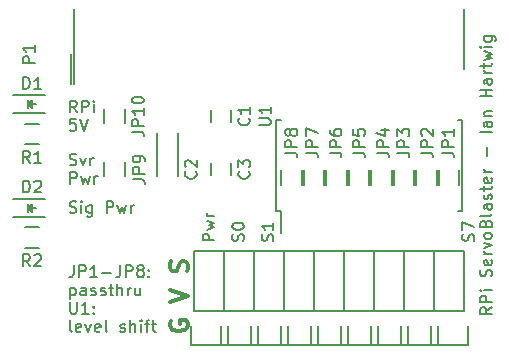
<source format=gto>
G04 #@! TF.FileFunction,Legend,Top*
%FSLAX46Y46*%
G04 Gerber Fmt 4.6, Leading zero omitted, Abs format (unit mm)*
G04 Created by KiCad (PCBNEW 4.0.0-stable) date Tuesday, March 22, 2016 'PMt' 06:17:10 PM*
%MOMM*%
G01*
G04 APERTURE LIST*
%ADD10C,0.100000*%
%ADD11C,0.150000*%
%ADD12C,0.300000*%
G04 APERTURE END LIST*
D10*
D11*
X7023810Y7372619D02*
X7023810Y6658333D01*
X6976190Y6515476D01*
X6880952Y6420238D01*
X6738095Y6372619D01*
X6642857Y6372619D01*
X7500000Y6372619D02*
X7500000Y7372619D01*
X7880953Y7372619D01*
X7976191Y7325000D01*
X8023810Y7277381D01*
X8071429Y7182143D01*
X8071429Y7039286D01*
X8023810Y6944048D01*
X7976191Y6896429D01*
X7880953Y6848810D01*
X7500000Y6848810D01*
X9023810Y6372619D02*
X8452381Y6372619D01*
X8738095Y6372619D02*
X8738095Y7372619D01*
X8642857Y7229762D01*
X8547619Y7134524D01*
X8452381Y7086905D01*
X9452381Y6753571D02*
X10214286Y6753571D01*
X10976191Y7372619D02*
X10976191Y6658333D01*
X10928571Y6515476D01*
X10833333Y6420238D01*
X10690476Y6372619D01*
X10595238Y6372619D01*
X11452381Y6372619D02*
X11452381Y7372619D01*
X11833334Y7372619D01*
X11928572Y7325000D01*
X11976191Y7277381D01*
X12023810Y7182143D01*
X12023810Y7039286D01*
X11976191Y6944048D01*
X11928572Y6896429D01*
X11833334Y6848810D01*
X11452381Y6848810D01*
X12595238Y6944048D02*
X12500000Y6991667D01*
X12452381Y7039286D01*
X12404762Y7134524D01*
X12404762Y7182143D01*
X12452381Y7277381D01*
X12500000Y7325000D01*
X12595238Y7372619D01*
X12785715Y7372619D01*
X12880953Y7325000D01*
X12928572Y7277381D01*
X12976191Y7182143D01*
X12976191Y7134524D01*
X12928572Y7039286D01*
X12880953Y6991667D01*
X12785715Y6944048D01*
X12595238Y6944048D01*
X12500000Y6896429D01*
X12452381Y6848810D01*
X12404762Y6753571D01*
X12404762Y6563095D01*
X12452381Y6467857D01*
X12500000Y6420238D01*
X12595238Y6372619D01*
X12785715Y6372619D01*
X12880953Y6420238D01*
X12928572Y6467857D01*
X12976191Y6563095D01*
X12976191Y6753571D01*
X12928572Y6848810D01*
X12880953Y6896429D01*
X12785715Y6944048D01*
X13404762Y6467857D02*
X13452381Y6420238D01*
X13404762Y6372619D01*
X13357143Y6420238D01*
X13404762Y6467857D01*
X13404762Y6372619D01*
X13404762Y6991667D02*
X13452381Y6944048D01*
X13404762Y6896429D01*
X13357143Y6944048D01*
X13404762Y6991667D01*
X13404762Y6896429D01*
X6738095Y5489286D02*
X6738095Y4489286D01*
X6738095Y5441667D02*
X6833333Y5489286D01*
X7023810Y5489286D01*
X7119048Y5441667D01*
X7166667Y5394048D01*
X7214286Y5298810D01*
X7214286Y5013095D01*
X7166667Y4917857D01*
X7119048Y4870238D01*
X7023810Y4822619D01*
X6833333Y4822619D01*
X6738095Y4870238D01*
X8071429Y4822619D02*
X8071429Y5346429D01*
X8023810Y5441667D01*
X7928572Y5489286D01*
X7738095Y5489286D01*
X7642857Y5441667D01*
X8071429Y4870238D02*
X7976191Y4822619D01*
X7738095Y4822619D01*
X7642857Y4870238D01*
X7595238Y4965476D01*
X7595238Y5060714D01*
X7642857Y5155952D01*
X7738095Y5203571D01*
X7976191Y5203571D01*
X8071429Y5251190D01*
X8500000Y4870238D02*
X8595238Y4822619D01*
X8785714Y4822619D01*
X8880953Y4870238D01*
X8928572Y4965476D01*
X8928572Y5013095D01*
X8880953Y5108333D01*
X8785714Y5155952D01*
X8642857Y5155952D01*
X8547619Y5203571D01*
X8500000Y5298810D01*
X8500000Y5346429D01*
X8547619Y5441667D01*
X8642857Y5489286D01*
X8785714Y5489286D01*
X8880953Y5441667D01*
X9309524Y4870238D02*
X9404762Y4822619D01*
X9595238Y4822619D01*
X9690477Y4870238D01*
X9738096Y4965476D01*
X9738096Y5013095D01*
X9690477Y5108333D01*
X9595238Y5155952D01*
X9452381Y5155952D01*
X9357143Y5203571D01*
X9309524Y5298810D01*
X9309524Y5346429D01*
X9357143Y5441667D01*
X9452381Y5489286D01*
X9595238Y5489286D01*
X9690477Y5441667D01*
X10023810Y5489286D02*
X10404762Y5489286D01*
X10166667Y5822619D02*
X10166667Y4965476D01*
X10214286Y4870238D01*
X10309524Y4822619D01*
X10404762Y4822619D01*
X10738096Y4822619D02*
X10738096Y5822619D01*
X11166668Y4822619D02*
X11166668Y5346429D01*
X11119049Y5441667D01*
X11023811Y5489286D01*
X10880953Y5489286D01*
X10785715Y5441667D01*
X10738096Y5394048D01*
X11642858Y4822619D02*
X11642858Y5489286D01*
X11642858Y5298810D02*
X11690477Y5394048D01*
X11738096Y5441667D01*
X11833334Y5489286D01*
X11928573Y5489286D01*
X12690478Y5489286D02*
X12690478Y4822619D01*
X12261906Y5489286D02*
X12261906Y4965476D01*
X12309525Y4870238D01*
X12404763Y4822619D01*
X12547621Y4822619D01*
X12642859Y4870238D01*
X12690478Y4917857D01*
X6738095Y4272619D02*
X6738095Y3463095D01*
X6785714Y3367857D01*
X6833333Y3320238D01*
X6928571Y3272619D01*
X7119048Y3272619D01*
X7214286Y3320238D01*
X7261905Y3367857D01*
X7309524Y3463095D01*
X7309524Y4272619D01*
X8309524Y3272619D02*
X7738095Y3272619D01*
X8023809Y3272619D02*
X8023809Y4272619D01*
X7928571Y4129762D01*
X7833333Y4034524D01*
X7738095Y3986905D01*
X8738095Y3367857D02*
X8785714Y3320238D01*
X8738095Y3272619D01*
X8690476Y3320238D01*
X8738095Y3367857D01*
X8738095Y3272619D01*
X8738095Y3891667D02*
X8785714Y3844048D01*
X8738095Y3796429D01*
X8690476Y3844048D01*
X8738095Y3891667D01*
X8738095Y3796429D01*
X6880952Y1722619D02*
X6785714Y1770238D01*
X6738095Y1865476D01*
X6738095Y2722619D01*
X7642858Y1770238D02*
X7547620Y1722619D01*
X7357143Y1722619D01*
X7261905Y1770238D01*
X7214286Y1865476D01*
X7214286Y2246429D01*
X7261905Y2341667D01*
X7357143Y2389286D01*
X7547620Y2389286D01*
X7642858Y2341667D01*
X7690477Y2246429D01*
X7690477Y2151190D01*
X7214286Y2055952D01*
X8023810Y2389286D02*
X8261905Y1722619D01*
X8500001Y2389286D01*
X9261906Y1770238D02*
X9166668Y1722619D01*
X8976191Y1722619D01*
X8880953Y1770238D01*
X8833334Y1865476D01*
X8833334Y2246429D01*
X8880953Y2341667D01*
X8976191Y2389286D01*
X9166668Y2389286D01*
X9261906Y2341667D01*
X9309525Y2246429D01*
X9309525Y2151190D01*
X8833334Y2055952D01*
X9880953Y1722619D02*
X9785715Y1770238D01*
X9738096Y1865476D01*
X9738096Y2722619D01*
X10976192Y1770238D02*
X11071430Y1722619D01*
X11261906Y1722619D01*
X11357145Y1770238D01*
X11404764Y1865476D01*
X11404764Y1913095D01*
X11357145Y2008333D01*
X11261906Y2055952D01*
X11119049Y2055952D01*
X11023811Y2103571D01*
X10976192Y2198810D01*
X10976192Y2246429D01*
X11023811Y2341667D01*
X11119049Y2389286D01*
X11261906Y2389286D01*
X11357145Y2341667D01*
X11833335Y1722619D02*
X11833335Y2722619D01*
X12261907Y1722619D02*
X12261907Y2246429D01*
X12214288Y2341667D01*
X12119050Y2389286D01*
X11976192Y2389286D01*
X11880954Y2341667D01*
X11833335Y2294048D01*
X12738097Y1722619D02*
X12738097Y2389286D01*
X12738097Y2722619D02*
X12690478Y2675000D01*
X12738097Y2627381D01*
X12785716Y2675000D01*
X12738097Y2722619D01*
X12738097Y2627381D01*
X13071430Y2389286D02*
X13452382Y2389286D01*
X13214287Y1722619D02*
X13214287Y2579762D01*
X13261906Y2675000D01*
X13357144Y2722619D01*
X13452382Y2722619D01*
X13642859Y2389286D02*
X14023811Y2389286D01*
X13785716Y2722619D02*
X13785716Y1865476D01*
X13833335Y1770238D01*
X13928573Y1722619D01*
X14023811Y1722619D01*
X42452381Y3809523D02*
X41976190Y3476189D01*
X42452381Y3238094D02*
X41452381Y3238094D01*
X41452381Y3619047D01*
X41500000Y3714285D01*
X41547619Y3761904D01*
X41642857Y3809523D01*
X41785714Y3809523D01*
X41880952Y3761904D01*
X41928571Y3714285D01*
X41976190Y3619047D01*
X41976190Y3238094D01*
X42452381Y4238094D02*
X41452381Y4238094D01*
X41452381Y4619047D01*
X41500000Y4714285D01*
X41547619Y4761904D01*
X41642857Y4809523D01*
X41785714Y4809523D01*
X41880952Y4761904D01*
X41928571Y4714285D01*
X41976190Y4619047D01*
X41976190Y4238094D01*
X42452381Y5238094D02*
X41785714Y5238094D01*
X41452381Y5238094D02*
X41500000Y5190475D01*
X41547619Y5238094D01*
X41500000Y5285713D01*
X41452381Y5238094D01*
X41547619Y5238094D01*
X42404762Y6428570D02*
X42452381Y6571427D01*
X42452381Y6809523D01*
X42404762Y6904761D01*
X42357143Y6952380D01*
X42261905Y6999999D01*
X42166667Y6999999D01*
X42071429Y6952380D01*
X42023810Y6904761D01*
X41976190Y6809523D01*
X41928571Y6619046D01*
X41880952Y6523808D01*
X41833333Y6476189D01*
X41738095Y6428570D01*
X41642857Y6428570D01*
X41547619Y6476189D01*
X41500000Y6523808D01*
X41452381Y6619046D01*
X41452381Y6857142D01*
X41500000Y6999999D01*
X42404762Y7809523D02*
X42452381Y7714285D01*
X42452381Y7523808D01*
X42404762Y7428570D01*
X42309524Y7380951D01*
X41928571Y7380951D01*
X41833333Y7428570D01*
X41785714Y7523808D01*
X41785714Y7714285D01*
X41833333Y7809523D01*
X41928571Y7857142D01*
X42023810Y7857142D01*
X42119048Y7380951D01*
X42452381Y8285713D02*
X41785714Y8285713D01*
X41976190Y8285713D02*
X41880952Y8333332D01*
X41833333Y8380951D01*
X41785714Y8476189D01*
X41785714Y8571428D01*
X41785714Y8809523D02*
X42452381Y9047618D01*
X41785714Y9285714D01*
X42452381Y9809523D02*
X42404762Y9714285D01*
X42357143Y9666666D01*
X42261905Y9619047D01*
X41976190Y9619047D01*
X41880952Y9666666D01*
X41833333Y9714285D01*
X41785714Y9809523D01*
X41785714Y9952381D01*
X41833333Y10047619D01*
X41880952Y10095238D01*
X41976190Y10142857D01*
X42261905Y10142857D01*
X42357143Y10095238D01*
X42404762Y10047619D01*
X42452381Y9952381D01*
X42452381Y9809523D01*
X41928571Y10904762D02*
X41976190Y11047619D01*
X42023810Y11095238D01*
X42119048Y11142857D01*
X42261905Y11142857D01*
X42357143Y11095238D01*
X42404762Y11047619D01*
X42452381Y10952381D01*
X42452381Y10571428D01*
X41452381Y10571428D01*
X41452381Y10904762D01*
X41500000Y11000000D01*
X41547619Y11047619D01*
X41642857Y11095238D01*
X41738095Y11095238D01*
X41833333Y11047619D01*
X41880952Y11000000D01*
X41928571Y10904762D01*
X41928571Y10571428D01*
X42452381Y11714285D02*
X42404762Y11619047D01*
X42309524Y11571428D01*
X41452381Y11571428D01*
X42452381Y12523810D02*
X41928571Y12523810D01*
X41833333Y12476191D01*
X41785714Y12380953D01*
X41785714Y12190476D01*
X41833333Y12095238D01*
X42404762Y12523810D02*
X42452381Y12428572D01*
X42452381Y12190476D01*
X42404762Y12095238D01*
X42309524Y12047619D01*
X42214286Y12047619D01*
X42119048Y12095238D01*
X42071429Y12190476D01*
X42071429Y12428572D01*
X42023810Y12523810D01*
X42404762Y12952381D02*
X42452381Y13047619D01*
X42452381Y13238095D01*
X42404762Y13333334D01*
X42309524Y13380953D01*
X42261905Y13380953D01*
X42166667Y13333334D01*
X42119048Y13238095D01*
X42119048Y13095238D01*
X42071429Y13000000D01*
X41976190Y12952381D01*
X41928571Y12952381D01*
X41833333Y13000000D01*
X41785714Y13095238D01*
X41785714Y13238095D01*
X41833333Y13333334D01*
X41785714Y13666667D02*
X41785714Y14047619D01*
X41452381Y13809524D02*
X42309524Y13809524D01*
X42404762Y13857143D01*
X42452381Y13952381D01*
X42452381Y14047619D01*
X42404762Y14761906D02*
X42452381Y14666668D01*
X42452381Y14476191D01*
X42404762Y14380953D01*
X42309524Y14333334D01*
X41928571Y14333334D01*
X41833333Y14380953D01*
X41785714Y14476191D01*
X41785714Y14666668D01*
X41833333Y14761906D01*
X41928571Y14809525D01*
X42023810Y14809525D01*
X42119048Y14333334D01*
X42452381Y15238096D02*
X41785714Y15238096D01*
X41976190Y15238096D02*
X41880952Y15285715D01*
X41833333Y15333334D01*
X41785714Y15428572D01*
X41785714Y15523811D01*
X42071429Y16619049D02*
X42071429Y17380954D01*
X42452381Y18619049D02*
X41452381Y18619049D01*
X42452381Y19523811D02*
X41928571Y19523811D01*
X41833333Y19476192D01*
X41785714Y19380954D01*
X41785714Y19190477D01*
X41833333Y19095239D01*
X42404762Y19523811D02*
X42452381Y19428573D01*
X42452381Y19190477D01*
X42404762Y19095239D01*
X42309524Y19047620D01*
X42214286Y19047620D01*
X42119048Y19095239D01*
X42071429Y19190477D01*
X42071429Y19428573D01*
X42023810Y19523811D01*
X41785714Y20000001D02*
X42452381Y20000001D01*
X41880952Y20000001D02*
X41833333Y20047620D01*
X41785714Y20142858D01*
X41785714Y20285716D01*
X41833333Y20380954D01*
X41928571Y20428573D01*
X42452381Y20428573D01*
X42452381Y21666668D02*
X41452381Y21666668D01*
X41928571Y21666668D02*
X41928571Y22238097D01*
X42452381Y22238097D02*
X41452381Y22238097D01*
X42452381Y23142859D02*
X41928571Y23142859D01*
X41833333Y23095240D01*
X41785714Y23000002D01*
X41785714Y22809525D01*
X41833333Y22714287D01*
X42404762Y23142859D02*
X42452381Y23047621D01*
X42452381Y22809525D01*
X42404762Y22714287D01*
X42309524Y22666668D01*
X42214286Y22666668D01*
X42119048Y22714287D01*
X42071429Y22809525D01*
X42071429Y23047621D01*
X42023810Y23142859D01*
X42452381Y23619049D02*
X41785714Y23619049D01*
X41976190Y23619049D02*
X41880952Y23666668D01*
X41833333Y23714287D01*
X41785714Y23809525D01*
X41785714Y23904764D01*
X41785714Y24095240D02*
X41785714Y24476192D01*
X41452381Y24238097D02*
X42309524Y24238097D01*
X42404762Y24285716D01*
X42452381Y24380954D01*
X42452381Y24476192D01*
X41785714Y24714288D02*
X42452381Y24904764D01*
X41976190Y25095241D01*
X42452381Y25285717D01*
X41785714Y25476193D01*
X42452381Y25857145D02*
X41785714Y25857145D01*
X41452381Y25857145D02*
X41500000Y25809526D01*
X41547619Y25857145D01*
X41500000Y25904764D01*
X41452381Y25857145D01*
X41547619Y25857145D01*
X41785714Y26761907D02*
X42595238Y26761907D01*
X42690476Y26714288D01*
X42738095Y26666669D01*
X42785714Y26571430D01*
X42785714Y26428573D01*
X42738095Y26333335D01*
X42404762Y26761907D02*
X42452381Y26666669D01*
X42452381Y26476192D01*
X42404762Y26380954D01*
X42357143Y26333335D01*
X42261905Y26285716D01*
X41976190Y26285716D01*
X41880952Y26333335D01*
X41833333Y26380954D01*
X41785714Y26476192D01*
X41785714Y26666669D01*
X41833333Y26761907D01*
X6690476Y15870238D02*
X6833333Y15822619D01*
X7071429Y15822619D01*
X7166667Y15870238D01*
X7214286Y15917857D01*
X7261905Y16013095D01*
X7261905Y16108333D01*
X7214286Y16203571D01*
X7166667Y16251190D01*
X7071429Y16298810D01*
X6880952Y16346429D01*
X6785714Y16394048D01*
X6738095Y16441667D01*
X6690476Y16536905D01*
X6690476Y16632143D01*
X6738095Y16727381D01*
X6785714Y16775000D01*
X6880952Y16822619D01*
X7119048Y16822619D01*
X7261905Y16775000D01*
X7595238Y16489286D02*
X7833333Y15822619D01*
X8071429Y16489286D01*
X8452381Y15822619D02*
X8452381Y16489286D01*
X8452381Y16298810D02*
X8500000Y16394048D01*
X8547619Y16441667D01*
X8642857Y16489286D01*
X8738096Y16489286D01*
X6738095Y14272619D02*
X6738095Y15272619D01*
X7119048Y15272619D01*
X7214286Y15225000D01*
X7261905Y15177381D01*
X7309524Y15082143D01*
X7309524Y14939286D01*
X7261905Y14844048D01*
X7214286Y14796429D01*
X7119048Y14748810D01*
X6738095Y14748810D01*
X7642857Y14939286D02*
X7833333Y14272619D01*
X8023810Y14748810D01*
X8214286Y14272619D01*
X8404762Y14939286D01*
X8785714Y14272619D02*
X8785714Y14939286D01*
X8785714Y14748810D02*
X8833333Y14844048D01*
X8880952Y14891667D01*
X8976190Y14939286D01*
X9071429Y14939286D01*
X40904762Y9440476D02*
X40952381Y9583333D01*
X40952381Y9821429D01*
X40904762Y9916667D01*
X40857143Y9964286D01*
X40761905Y10011905D01*
X40666667Y10011905D01*
X40571429Y9964286D01*
X40523810Y9916667D01*
X40476190Y9821429D01*
X40428571Y9630952D01*
X40380952Y9535714D01*
X40333333Y9488095D01*
X40238095Y9440476D01*
X40142857Y9440476D01*
X40047619Y9488095D01*
X40000000Y9535714D01*
X39952381Y9630952D01*
X39952381Y9869048D01*
X40000000Y10011905D01*
X39952381Y10345238D02*
X39952381Y11011905D01*
X40952381Y10583333D01*
X23904762Y9440476D02*
X23952381Y9583333D01*
X23952381Y9821429D01*
X23904762Y9916667D01*
X23857143Y9964286D01*
X23761905Y10011905D01*
X23666667Y10011905D01*
X23571429Y9964286D01*
X23523810Y9916667D01*
X23476190Y9821429D01*
X23428571Y9630952D01*
X23380952Y9535714D01*
X23333333Y9488095D01*
X23238095Y9440476D01*
X23142857Y9440476D01*
X23047619Y9488095D01*
X23000000Y9535714D01*
X22952381Y9630952D01*
X22952381Y9869048D01*
X23000000Y10011905D01*
X23952381Y10964286D02*
X23952381Y10392857D01*
X23952381Y10678571D02*
X22952381Y10678571D01*
X23095238Y10583333D01*
X23190476Y10488095D01*
X23238095Y10392857D01*
X21404762Y9440476D02*
X21452381Y9583333D01*
X21452381Y9821429D01*
X21404762Y9916667D01*
X21357143Y9964286D01*
X21261905Y10011905D01*
X21166667Y10011905D01*
X21071429Y9964286D01*
X21023810Y9916667D01*
X20976190Y9821429D01*
X20928571Y9630952D01*
X20880952Y9535714D01*
X20833333Y9488095D01*
X20738095Y9440476D01*
X20642857Y9440476D01*
X20547619Y9488095D01*
X20500000Y9535714D01*
X20452381Y9630952D01*
X20452381Y9869048D01*
X20500000Y10011905D01*
X20452381Y10630952D02*
X20452381Y10726191D01*
X20500000Y10821429D01*
X20547619Y10869048D01*
X20642857Y10916667D01*
X20833333Y10964286D01*
X21071429Y10964286D01*
X21261905Y10916667D01*
X21357143Y10869048D01*
X21404762Y10821429D01*
X21452381Y10726191D01*
X21452381Y10630952D01*
X21404762Y10535714D01*
X21357143Y10488095D01*
X21261905Y10440476D01*
X21071429Y10392857D01*
X20833333Y10392857D01*
X20642857Y10440476D01*
X20547619Y10488095D01*
X20500000Y10535714D01*
X20452381Y10630952D01*
X18952381Y9488095D02*
X17952381Y9488095D01*
X17952381Y9869048D01*
X18000000Y9964286D01*
X18047619Y10011905D01*
X18142857Y10059524D01*
X18285714Y10059524D01*
X18380952Y10011905D01*
X18428571Y9964286D01*
X18476190Y9869048D01*
X18476190Y9488095D01*
X18285714Y10392857D02*
X18952381Y10583333D01*
X18476190Y10773810D01*
X18952381Y10964286D01*
X18285714Y11154762D01*
X18952381Y11535714D02*
X18285714Y11535714D01*
X18476190Y11535714D02*
X18380952Y11583333D01*
X18333333Y11630952D01*
X18285714Y11726190D01*
X18285714Y11821429D01*
D12*
X15250000Y2642858D02*
X15178571Y2500001D01*
X15178571Y2285715D01*
X15250000Y2071430D01*
X15392857Y1928572D01*
X15535714Y1857144D01*
X15821429Y1785715D01*
X16035714Y1785715D01*
X16321429Y1857144D01*
X16464286Y1928572D01*
X16607143Y2071430D01*
X16678571Y2285715D01*
X16678571Y2428572D01*
X16607143Y2642858D01*
X16535714Y2714287D01*
X16035714Y2714287D01*
X16035714Y2428572D01*
X15178571Y4285715D02*
X16678571Y4785715D01*
X15178571Y5285715D01*
X16607143Y6857143D02*
X16678571Y7071429D01*
X16678571Y7428572D01*
X16607143Y7571429D01*
X16535714Y7642858D01*
X16392857Y7714286D01*
X16250000Y7714286D01*
X16107143Y7642858D01*
X16035714Y7571429D01*
X15964286Y7428572D01*
X15892857Y7142858D01*
X15821429Y7000000D01*
X15750000Y6928572D01*
X15607143Y6857143D01*
X15464286Y6857143D01*
X15321429Y6928572D01*
X15250000Y7000000D01*
X15178571Y7142858D01*
X15178571Y7500000D01*
X15250000Y7714286D01*
D11*
X7309524Y20322619D02*
X6976190Y20798810D01*
X6738095Y20322619D02*
X6738095Y21322619D01*
X7119048Y21322619D01*
X7214286Y21275000D01*
X7261905Y21227381D01*
X7309524Y21132143D01*
X7309524Y20989286D01*
X7261905Y20894048D01*
X7214286Y20846429D01*
X7119048Y20798810D01*
X6738095Y20798810D01*
X7738095Y20322619D02*
X7738095Y21322619D01*
X8119048Y21322619D01*
X8214286Y21275000D01*
X8261905Y21227381D01*
X8309524Y21132143D01*
X8309524Y20989286D01*
X8261905Y20894048D01*
X8214286Y20846429D01*
X8119048Y20798810D01*
X7738095Y20798810D01*
X8738095Y20322619D02*
X8738095Y20989286D01*
X8738095Y21322619D02*
X8690476Y21275000D01*
X8738095Y21227381D01*
X8785714Y21275000D01*
X8738095Y21322619D01*
X8738095Y21227381D01*
X7214286Y19772619D02*
X6738095Y19772619D01*
X6690476Y19296429D01*
X6738095Y19344048D01*
X6833333Y19391667D01*
X7071429Y19391667D01*
X7166667Y19344048D01*
X7214286Y19296429D01*
X7261905Y19201190D01*
X7261905Y18963095D01*
X7214286Y18867857D01*
X7166667Y18820238D01*
X7071429Y18772619D01*
X6833333Y18772619D01*
X6738095Y18820238D01*
X6690476Y18867857D01*
X7547619Y19772619D02*
X7880952Y18772619D01*
X8214286Y19772619D01*
X6690476Y11845238D02*
X6833333Y11797619D01*
X7071429Y11797619D01*
X7166667Y11845238D01*
X7214286Y11892857D01*
X7261905Y11988095D01*
X7261905Y12083333D01*
X7214286Y12178571D01*
X7166667Y12226190D01*
X7071429Y12273810D01*
X6880952Y12321429D01*
X6785714Y12369048D01*
X6738095Y12416667D01*
X6690476Y12511905D01*
X6690476Y12607143D01*
X6738095Y12702381D01*
X6785714Y12750000D01*
X6880952Y12797619D01*
X7119048Y12797619D01*
X7261905Y12750000D01*
X7690476Y11797619D02*
X7690476Y12464286D01*
X7690476Y12797619D02*
X7642857Y12750000D01*
X7690476Y12702381D01*
X7738095Y12750000D01*
X7690476Y12797619D01*
X7690476Y12702381D01*
X8595238Y12464286D02*
X8595238Y11654762D01*
X8547619Y11559524D01*
X8500000Y11511905D01*
X8404761Y11464286D01*
X8261904Y11464286D01*
X8166666Y11511905D01*
X8595238Y11845238D02*
X8500000Y11797619D01*
X8309523Y11797619D01*
X8214285Y11845238D01*
X8166666Y11892857D01*
X8119047Y11988095D01*
X8119047Y12273810D01*
X8166666Y12369048D01*
X8214285Y12416667D01*
X8309523Y12464286D01*
X8500000Y12464286D01*
X8595238Y12416667D01*
X9833333Y11797619D02*
X9833333Y12797619D01*
X10214286Y12797619D01*
X10309524Y12750000D01*
X10357143Y12702381D01*
X10404762Y12607143D01*
X10404762Y12464286D01*
X10357143Y12369048D01*
X10309524Y12321429D01*
X10214286Y12273810D01*
X9833333Y12273810D01*
X10738095Y12464286D02*
X10928571Y11797619D01*
X11119048Y12273810D01*
X11309524Y11797619D01*
X11500000Y12464286D01*
X11880952Y11797619D02*
X11880952Y12464286D01*
X11880952Y12273810D02*
X11928571Y12369048D01*
X11976190Y12416667D01*
X12071428Y12464286D01*
X12166667Y12464286D01*
X18650000Y20500000D02*
X18650000Y19500000D01*
X20350000Y19500000D02*
X20350000Y20500000D01*
X14100000Y14900000D02*
X14100000Y18600000D01*
X15900000Y14900000D02*
X15900000Y18600000D01*
X20350000Y15000000D02*
X20350000Y16000000D01*
X18650000Y16000000D02*
X18650000Y15000000D01*
X40120000Y29040000D02*
X40120000Y23960000D01*
X6820000Y25230000D02*
X6820000Y22690000D01*
X7100000Y29040000D02*
X7100000Y22690000D01*
X19800000Y3470000D02*
X19800000Y8550000D01*
X19800000Y8550000D02*
X17260000Y8550000D01*
X17260000Y8550000D02*
X17260000Y3470000D01*
X16980000Y650000D02*
X16980000Y2200000D01*
X17260000Y3470000D02*
X19800000Y3470000D01*
X20080000Y2200000D02*
X20080000Y650000D01*
X20080000Y650000D02*
X16980000Y650000D01*
X22340000Y3470000D02*
X22340000Y8550000D01*
X22340000Y8550000D02*
X19800000Y8550000D01*
X19800000Y8550000D02*
X19800000Y3470000D01*
X19520000Y650000D02*
X19520000Y2200000D01*
X19800000Y3470000D02*
X22340000Y3470000D01*
X22620000Y2200000D02*
X22620000Y650000D01*
X22620000Y650000D02*
X19520000Y650000D01*
X24880000Y3470000D02*
X24880000Y8550000D01*
X24880000Y8550000D02*
X22340000Y8550000D01*
X22340000Y8550000D02*
X22340000Y3470000D01*
X22060000Y650000D02*
X22060000Y2200000D01*
X22340000Y3470000D02*
X24880000Y3470000D01*
X25160000Y2200000D02*
X25160000Y650000D01*
X25160000Y650000D02*
X22060000Y650000D01*
X27420000Y3470000D02*
X27420000Y8550000D01*
X27420000Y8550000D02*
X24880000Y8550000D01*
X24880000Y8550000D02*
X24880000Y3470000D01*
X24600000Y650000D02*
X24600000Y2200000D01*
X24880000Y3470000D02*
X27420000Y3470000D01*
X27700000Y2200000D02*
X27700000Y650000D01*
X27700000Y650000D02*
X24600000Y650000D01*
X29960000Y3470000D02*
X29960000Y8550000D01*
X29960000Y8550000D02*
X27420000Y8550000D01*
X27420000Y8550000D02*
X27420000Y3470000D01*
X27140000Y650000D02*
X27140000Y2200000D01*
X27420000Y3470000D02*
X29960000Y3470000D01*
X30240000Y2200000D02*
X30240000Y650000D01*
X30240000Y650000D02*
X27140000Y650000D01*
X32500000Y3470000D02*
X32500000Y8550000D01*
X32500000Y8550000D02*
X29960000Y8550000D01*
X29960000Y8550000D02*
X29960000Y3470000D01*
X29680000Y650000D02*
X29680000Y2200000D01*
X29960000Y3470000D02*
X32500000Y3470000D01*
X32780000Y2200000D02*
X32780000Y650000D01*
X32780000Y650000D02*
X29680000Y650000D01*
X35040000Y3470000D02*
X35040000Y8550000D01*
X35040000Y8550000D02*
X32500000Y8550000D01*
X32500000Y8550000D02*
X32500000Y3470000D01*
X32220000Y650000D02*
X32220000Y2200000D01*
X32500000Y3470000D02*
X35040000Y3470000D01*
X35320000Y2200000D02*
X35320000Y650000D01*
X35320000Y650000D02*
X32220000Y650000D01*
X37580000Y3470000D02*
X37580000Y8550000D01*
X37580000Y8550000D02*
X35040000Y8550000D01*
X35040000Y8550000D02*
X35040000Y3470000D01*
X34760000Y650000D02*
X34760000Y2200000D01*
X35040000Y3470000D02*
X37580000Y3470000D01*
X37860000Y2200000D02*
X37860000Y650000D01*
X37860000Y650000D02*
X34760000Y650000D01*
X40120000Y3470000D02*
X40120000Y8550000D01*
X40120000Y8550000D02*
X37580000Y8550000D01*
X37580000Y8550000D02*
X37580000Y3470000D01*
X37300000Y650000D02*
X37300000Y2200000D01*
X37580000Y3470000D02*
X40120000Y3470000D01*
X40400000Y2200000D02*
X40400000Y650000D01*
X40400000Y650000D02*
X37300000Y650000D01*
X24195000Y11935000D02*
X24560000Y11935000D01*
X24195000Y19685000D02*
X24560000Y19685000D01*
X39945000Y19685000D02*
X39580000Y19685000D01*
X39945000Y11935000D02*
X39580000Y11935000D01*
X24195000Y11935000D02*
X24195000Y19685000D01*
X39945000Y11935000D02*
X39945000Y19685000D01*
X24560000Y11935000D02*
X24560000Y10110000D01*
X1900000Y20250000D02*
X4600000Y20250000D01*
X1900000Y21750000D02*
X4600000Y21750000D01*
X3400000Y20850000D02*
X3400000Y21100000D01*
X3400000Y21100000D02*
X3250000Y20950000D01*
X3150000Y21350000D02*
X3150000Y20650000D01*
X3500000Y21000000D02*
X3850000Y21000000D01*
X3150000Y21000000D02*
X3500000Y21350000D01*
X3500000Y21350000D02*
X3500000Y20650000D01*
X3500000Y20650000D02*
X3150000Y21000000D01*
X1900000Y11500000D02*
X4600000Y11500000D01*
X1900000Y13000000D02*
X4600000Y13000000D01*
X3400000Y12100000D02*
X3400000Y12350000D01*
X3400000Y12350000D02*
X3250000Y12200000D01*
X3150000Y12600000D02*
X3150000Y11900000D01*
X3500000Y12250000D02*
X3850000Y12250000D01*
X3150000Y12250000D02*
X3500000Y12600000D01*
X3500000Y12600000D02*
X3500000Y11900000D01*
X3500000Y11900000D02*
X3150000Y12250000D01*
X4100000Y17625000D02*
X2900000Y17625000D01*
X2900000Y19375000D02*
X4100000Y19375000D01*
X4100000Y8875000D02*
X2900000Y8875000D01*
X2900000Y10625000D02*
X4100000Y10625000D01*
X11375000Y20600000D02*
X11375000Y19400000D01*
X9625000Y19400000D02*
X9625000Y20600000D01*
X9625000Y14900000D02*
X9625000Y16100000D01*
X11375000Y16100000D02*
X11375000Y14900000D01*
X24595000Y14210000D02*
X24595000Y15410000D01*
X26345000Y15410000D02*
X26345000Y14210000D01*
X26500000Y14210000D02*
X26500000Y15410000D01*
X28250000Y15410000D02*
X28250000Y14210000D01*
X28405000Y14210000D02*
X28405000Y15410000D01*
X30155000Y15410000D02*
X30155000Y14210000D01*
X30310000Y14210000D02*
X30310000Y15410000D01*
X32060000Y15410000D02*
X32060000Y14210000D01*
X32215000Y14210000D02*
X32215000Y15410000D01*
X33965000Y15410000D02*
X33965000Y14210000D01*
X34120000Y14210000D02*
X34120000Y15410000D01*
X35870000Y15410000D02*
X35870000Y14210000D01*
X36025000Y14210000D02*
X36025000Y15410000D01*
X37775000Y15410000D02*
X37775000Y14210000D01*
X37930000Y14210000D02*
X37930000Y15410000D01*
X39680000Y15410000D02*
X39680000Y14210000D01*
X21857143Y19833334D02*
X21904762Y19785715D01*
X21952381Y19642858D01*
X21952381Y19547620D01*
X21904762Y19404762D01*
X21809524Y19309524D01*
X21714286Y19261905D01*
X21523810Y19214286D01*
X21380952Y19214286D01*
X21190476Y19261905D01*
X21095238Y19309524D01*
X21000000Y19404762D01*
X20952381Y19547620D01*
X20952381Y19642858D01*
X21000000Y19785715D01*
X21047619Y19833334D01*
X21952381Y20785715D02*
X21952381Y20214286D01*
X21952381Y20500000D02*
X20952381Y20500000D01*
X21095238Y20404762D01*
X21190476Y20309524D01*
X21238095Y20214286D01*
X17357143Y15333334D02*
X17404762Y15285715D01*
X17452381Y15142858D01*
X17452381Y15047620D01*
X17404762Y14904762D01*
X17309524Y14809524D01*
X17214286Y14761905D01*
X17023810Y14714286D01*
X16880952Y14714286D01*
X16690476Y14761905D01*
X16595238Y14809524D01*
X16500000Y14904762D01*
X16452381Y15047620D01*
X16452381Y15142858D01*
X16500000Y15285715D01*
X16547619Y15333334D01*
X16547619Y15714286D02*
X16500000Y15761905D01*
X16452381Y15857143D01*
X16452381Y16095239D01*
X16500000Y16190477D01*
X16547619Y16238096D01*
X16642857Y16285715D01*
X16738095Y16285715D01*
X16880952Y16238096D01*
X17452381Y15666667D01*
X17452381Y16285715D01*
X21857143Y15333334D02*
X21904762Y15285715D01*
X21952381Y15142858D01*
X21952381Y15047620D01*
X21904762Y14904762D01*
X21809524Y14809524D01*
X21714286Y14761905D01*
X21523810Y14714286D01*
X21380952Y14714286D01*
X21190476Y14761905D01*
X21095238Y14809524D01*
X21000000Y14904762D01*
X20952381Y15047620D01*
X20952381Y15142858D01*
X21000000Y15285715D01*
X21047619Y15333334D01*
X20952381Y15666667D02*
X20952381Y16285715D01*
X21333333Y15952381D01*
X21333333Y16095239D01*
X21380952Y16190477D01*
X21428571Y16238096D01*
X21523810Y16285715D01*
X21761905Y16285715D01*
X21857143Y16238096D01*
X21904762Y16190477D01*
X21952381Y16095239D01*
X21952381Y15809524D01*
X21904762Y15714286D01*
X21857143Y15666667D01*
X3722381Y24491905D02*
X2722381Y24491905D01*
X2722381Y24872858D01*
X2770000Y24968096D01*
X2817619Y25015715D01*
X2912857Y25063334D01*
X3055714Y25063334D01*
X3150952Y25015715D01*
X3198571Y24968096D01*
X3246190Y24872858D01*
X3246190Y24491905D01*
X3722381Y26015715D02*
X3722381Y25444286D01*
X3722381Y25730000D02*
X2722381Y25730000D01*
X2865238Y25634762D01*
X2960476Y25539524D01*
X3008095Y25444286D01*
X22702381Y19238095D02*
X23511905Y19238095D01*
X23607143Y19285714D01*
X23654762Y19333333D01*
X23702381Y19428571D01*
X23702381Y19619048D01*
X23654762Y19714286D01*
X23607143Y19761905D01*
X23511905Y19809524D01*
X22702381Y19809524D01*
X23702381Y20809524D02*
X23702381Y20238095D01*
X23702381Y20523809D02*
X22702381Y20523809D01*
X22845238Y20428571D01*
X22940476Y20333333D01*
X22988095Y20238095D01*
X2761905Y22297619D02*
X2761905Y23297619D01*
X3000000Y23297619D01*
X3142858Y23250000D01*
X3238096Y23154762D01*
X3285715Y23059524D01*
X3333334Y22869048D01*
X3333334Y22726190D01*
X3285715Y22535714D01*
X3238096Y22440476D01*
X3142858Y22345238D01*
X3000000Y22297619D01*
X2761905Y22297619D01*
X4285715Y22297619D02*
X3714286Y22297619D01*
X4000000Y22297619D02*
X4000000Y23297619D01*
X3904762Y23154762D01*
X3809524Y23059524D01*
X3714286Y23011905D01*
X2761905Y13547619D02*
X2761905Y14547619D01*
X3000000Y14547619D01*
X3142858Y14500000D01*
X3238096Y14404762D01*
X3285715Y14309524D01*
X3333334Y14119048D01*
X3333334Y13976190D01*
X3285715Y13785714D01*
X3238096Y13690476D01*
X3142858Y13595238D01*
X3000000Y13547619D01*
X2761905Y13547619D01*
X3714286Y14452381D02*
X3761905Y14500000D01*
X3857143Y14547619D01*
X4095239Y14547619D01*
X4190477Y14500000D01*
X4238096Y14452381D01*
X4285715Y14357143D01*
X4285715Y14261905D01*
X4238096Y14119048D01*
X3666667Y13547619D01*
X4285715Y13547619D01*
X3333334Y16047619D02*
X3000000Y16523810D01*
X2761905Y16047619D02*
X2761905Y17047619D01*
X3142858Y17047619D01*
X3238096Y17000000D01*
X3285715Y16952381D01*
X3333334Y16857143D01*
X3333334Y16714286D01*
X3285715Y16619048D01*
X3238096Y16571429D01*
X3142858Y16523810D01*
X2761905Y16523810D01*
X4285715Y16047619D02*
X3714286Y16047619D01*
X4000000Y16047619D02*
X4000000Y17047619D01*
X3904762Y16904762D01*
X3809524Y16809524D01*
X3714286Y16761905D01*
X3333334Y7297619D02*
X3000000Y7773810D01*
X2761905Y7297619D02*
X2761905Y8297619D01*
X3142858Y8297619D01*
X3238096Y8250000D01*
X3285715Y8202381D01*
X3333334Y8107143D01*
X3333334Y7964286D01*
X3285715Y7869048D01*
X3238096Y7821429D01*
X3142858Y7773810D01*
X2761905Y7773810D01*
X3714286Y8202381D02*
X3761905Y8250000D01*
X3857143Y8297619D01*
X4095239Y8297619D01*
X4190477Y8250000D01*
X4238096Y8202381D01*
X4285715Y8107143D01*
X4285715Y8011905D01*
X4238096Y7869048D01*
X3666667Y7297619D01*
X4285715Y7297619D01*
X11952381Y18690477D02*
X12666667Y18690477D01*
X12809524Y18642857D01*
X12904762Y18547619D01*
X12952381Y18404762D01*
X12952381Y18309524D01*
X12952381Y19166667D02*
X11952381Y19166667D01*
X11952381Y19547620D01*
X12000000Y19642858D01*
X12047619Y19690477D01*
X12142857Y19738096D01*
X12285714Y19738096D01*
X12380952Y19690477D01*
X12428571Y19642858D01*
X12476190Y19547620D01*
X12476190Y19166667D01*
X12952381Y20690477D02*
X12952381Y20119048D01*
X12952381Y20404762D02*
X11952381Y20404762D01*
X12095238Y20309524D01*
X12190476Y20214286D01*
X12238095Y20119048D01*
X11952381Y21309524D02*
X11952381Y21404763D01*
X12000000Y21500001D01*
X12047619Y21547620D01*
X12142857Y21595239D01*
X12333333Y21642858D01*
X12571429Y21642858D01*
X12761905Y21595239D01*
X12857143Y21547620D01*
X12904762Y21500001D01*
X12952381Y21404763D01*
X12952381Y21309524D01*
X12904762Y21214286D01*
X12857143Y21166667D01*
X12761905Y21119048D01*
X12571429Y21071429D01*
X12333333Y21071429D01*
X12142857Y21119048D01*
X12047619Y21166667D01*
X12000000Y21214286D01*
X11952381Y21309524D01*
X12052381Y14666667D02*
X12766667Y14666667D01*
X12909524Y14619047D01*
X13004762Y14523809D01*
X13052381Y14380952D01*
X13052381Y14285714D01*
X13052381Y15142857D02*
X12052381Y15142857D01*
X12052381Y15523810D01*
X12100000Y15619048D01*
X12147619Y15666667D01*
X12242857Y15714286D01*
X12385714Y15714286D01*
X12480952Y15666667D01*
X12528571Y15619048D01*
X12576190Y15523810D01*
X12576190Y15142857D01*
X13052381Y16190476D02*
X13052381Y16380952D01*
X13004762Y16476191D01*
X12957143Y16523810D01*
X12814286Y16619048D01*
X12623810Y16666667D01*
X12242857Y16666667D01*
X12147619Y16619048D01*
X12100000Y16571429D01*
X12052381Y16476191D01*
X12052381Y16285714D01*
X12100000Y16190476D01*
X12147619Y16142857D01*
X12242857Y16095238D01*
X12480952Y16095238D01*
X12576190Y16142857D01*
X12623810Y16190476D01*
X12671429Y16285714D01*
X12671429Y16476191D01*
X12623810Y16571429D01*
X12576190Y16619048D01*
X12480952Y16666667D01*
X24952381Y16916667D02*
X25666667Y16916667D01*
X25809524Y16869047D01*
X25904762Y16773809D01*
X25952381Y16630952D01*
X25952381Y16535714D01*
X25952381Y17392857D02*
X24952381Y17392857D01*
X24952381Y17773810D01*
X25000000Y17869048D01*
X25047619Y17916667D01*
X25142857Y17964286D01*
X25285714Y17964286D01*
X25380952Y17916667D01*
X25428571Y17869048D01*
X25476190Y17773810D01*
X25476190Y17392857D01*
X25380952Y18535714D02*
X25333333Y18440476D01*
X25285714Y18392857D01*
X25190476Y18345238D01*
X25142857Y18345238D01*
X25047619Y18392857D01*
X25000000Y18440476D01*
X24952381Y18535714D01*
X24952381Y18726191D01*
X25000000Y18821429D01*
X25047619Y18869048D01*
X25142857Y18916667D01*
X25190476Y18916667D01*
X25285714Y18869048D01*
X25333333Y18821429D01*
X25380952Y18726191D01*
X25380952Y18535714D01*
X25428571Y18440476D01*
X25476190Y18392857D01*
X25571429Y18345238D01*
X25761905Y18345238D01*
X25857143Y18392857D01*
X25904762Y18440476D01*
X25952381Y18535714D01*
X25952381Y18726191D01*
X25904762Y18821429D01*
X25857143Y18869048D01*
X25761905Y18916667D01*
X25571429Y18916667D01*
X25476190Y18869048D01*
X25428571Y18821429D01*
X25380952Y18726191D01*
X26702381Y16916667D02*
X27416667Y16916667D01*
X27559524Y16869047D01*
X27654762Y16773809D01*
X27702381Y16630952D01*
X27702381Y16535714D01*
X27702381Y17392857D02*
X26702381Y17392857D01*
X26702381Y17773810D01*
X26750000Y17869048D01*
X26797619Y17916667D01*
X26892857Y17964286D01*
X27035714Y17964286D01*
X27130952Y17916667D01*
X27178571Y17869048D01*
X27226190Y17773810D01*
X27226190Y17392857D01*
X26702381Y18297619D02*
X26702381Y18964286D01*
X27702381Y18535714D01*
X28702381Y16916667D02*
X29416667Y16916667D01*
X29559524Y16869047D01*
X29654762Y16773809D01*
X29702381Y16630952D01*
X29702381Y16535714D01*
X29702381Y17392857D02*
X28702381Y17392857D01*
X28702381Y17773810D01*
X28750000Y17869048D01*
X28797619Y17916667D01*
X28892857Y17964286D01*
X29035714Y17964286D01*
X29130952Y17916667D01*
X29178571Y17869048D01*
X29226190Y17773810D01*
X29226190Y17392857D01*
X28702381Y18821429D02*
X28702381Y18630952D01*
X28750000Y18535714D01*
X28797619Y18488095D01*
X28940476Y18392857D01*
X29130952Y18345238D01*
X29511905Y18345238D01*
X29607143Y18392857D01*
X29654762Y18440476D01*
X29702381Y18535714D01*
X29702381Y18726191D01*
X29654762Y18821429D01*
X29607143Y18869048D01*
X29511905Y18916667D01*
X29273810Y18916667D01*
X29178571Y18869048D01*
X29130952Y18821429D01*
X29083333Y18726191D01*
X29083333Y18535714D01*
X29130952Y18440476D01*
X29178571Y18392857D01*
X29273810Y18345238D01*
X30702381Y16916667D02*
X31416667Y16916667D01*
X31559524Y16869047D01*
X31654762Y16773809D01*
X31702381Y16630952D01*
X31702381Y16535714D01*
X31702381Y17392857D02*
X30702381Y17392857D01*
X30702381Y17773810D01*
X30750000Y17869048D01*
X30797619Y17916667D01*
X30892857Y17964286D01*
X31035714Y17964286D01*
X31130952Y17916667D01*
X31178571Y17869048D01*
X31226190Y17773810D01*
X31226190Y17392857D01*
X30702381Y18869048D02*
X30702381Y18392857D01*
X31178571Y18345238D01*
X31130952Y18392857D01*
X31083333Y18488095D01*
X31083333Y18726191D01*
X31130952Y18821429D01*
X31178571Y18869048D01*
X31273810Y18916667D01*
X31511905Y18916667D01*
X31607143Y18869048D01*
X31654762Y18821429D01*
X31702381Y18726191D01*
X31702381Y18488095D01*
X31654762Y18392857D01*
X31607143Y18345238D01*
X32702381Y16916667D02*
X33416667Y16916667D01*
X33559524Y16869047D01*
X33654762Y16773809D01*
X33702381Y16630952D01*
X33702381Y16535714D01*
X33702381Y17392857D02*
X32702381Y17392857D01*
X32702381Y17773810D01*
X32750000Y17869048D01*
X32797619Y17916667D01*
X32892857Y17964286D01*
X33035714Y17964286D01*
X33130952Y17916667D01*
X33178571Y17869048D01*
X33226190Y17773810D01*
X33226190Y17392857D01*
X33035714Y18821429D02*
X33702381Y18821429D01*
X32654762Y18583333D02*
X33369048Y18345238D01*
X33369048Y18964286D01*
X34452381Y16916667D02*
X35166667Y16916667D01*
X35309524Y16869047D01*
X35404762Y16773809D01*
X35452381Y16630952D01*
X35452381Y16535714D01*
X35452381Y17392857D02*
X34452381Y17392857D01*
X34452381Y17773810D01*
X34500000Y17869048D01*
X34547619Y17916667D01*
X34642857Y17964286D01*
X34785714Y17964286D01*
X34880952Y17916667D01*
X34928571Y17869048D01*
X34976190Y17773810D01*
X34976190Y17392857D01*
X34452381Y18297619D02*
X34452381Y18916667D01*
X34833333Y18583333D01*
X34833333Y18726191D01*
X34880952Y18821429D01*
X34928571Y18869048D01*
X35023810Y18916667D01*
X35261905Y18916667D01*
X35357143Y18869048D01*
X35404762Y18821429D01*
X35452381Y18726191D01*
X35452381Y18440476D01*
X35404762Y18345238D01*
X35357143Y18297619D01*
X36452381Y16916667D02*
X37166667Y16916667D01*
X37309524Y16869047D01*
X37404762Y16773809D01*
X37452381Y16630952D01*
X37452381Y16535714D01*
X37452381Y17392857D02*
X36452381Y17392857D01*
X36452381Y17773810D01*
X36500000Y17869048D01*
X36547619Y17916667D01*
X36642857Y17964286D01*
X36785714Y17964286D01*
X36880952Y17916667D01*
X36928571Y17869048D01*
X36976190Y17773810D01*
X36976190Y17392857D01*
X36547619Y18345238D02*
X36500000Y18392857D01*
X36452381Y18488095D01*
X36452381Y18726191D01*
X36500000Y18821429D01*
X36547619Y18869048D01*
X36642857Y18916667D01*
X36738095Y18916667D01*
X36880952Y18869048D01*
X37452381Y18297619D01*
X37452381Y18916667D01*
X38202381Y16916667D02*
X38916667Y16916667D01*
X39059524Y16869047D01*
X39154762Y16773809D01*
X39202381Y16630952D01*
X39202381Y16535714D01*
X39202381Y17392857D02*
X38202381Y17392857D01*
X38202381Y17773810D01*
X38250000Y17869048D01*
X38297619Y17916667D01*
X38392857Y17964286D01*
X38535714Y17964286D01*
X38630952Y17916667D01*
X38678571Y17869048D01*
X38726190Y17773810D01*
X38726190Y17392857D01*
X39202381Y18916667D02*
X39202381Y18345238D01*
X39202381Y18630952D02*
X38202381Y18630952D01*
X38345238Y18535714D01*
X38440476Y18440476D01*
X38488095Y18345238D01*
M02*

</source>
